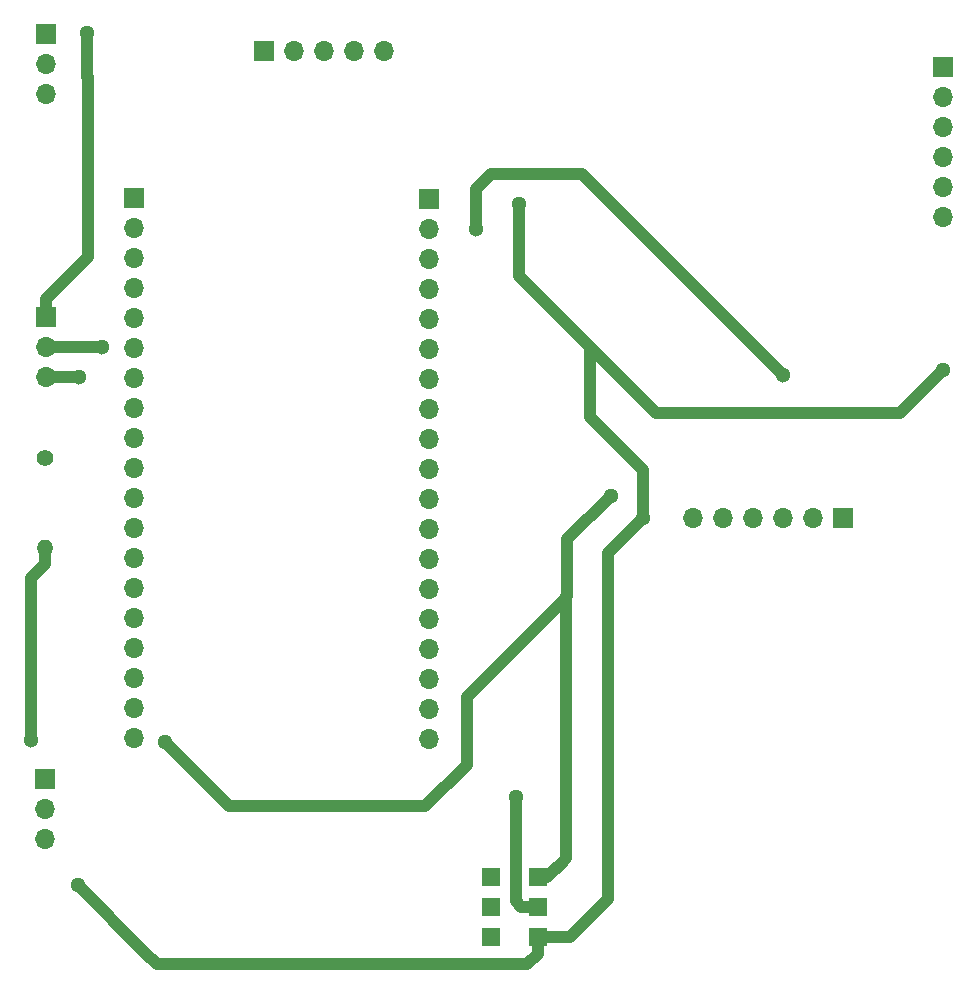
<source format=gtl>
G04 #@! TF.GenerationSoftware,KiCad,Pcbnew,(5.1.12)-1*
G04 #@! TF.CreationDate,2021-12-21T16:45:29+01:00*
G04 #@! TF.ProjectId,pcbV3,70636256-332e-46b6-9963-61645f706362,rev?*
G04 #@! TF.SameCoordinates,Original*
G04 #@! TF.FileFunction,Copper,L1,Top*
G04 #@! TF.FilePolarity,Positive*
%FSLAX46Y46*%
G04 Gerber Fmt 4.6, Leading zero omitted, Abs format (unit mm)*
G04 Created by KiCad (PCBNEW (5.1.12)-1) date 2021-12-21 16:45:29*
%MOMM*%
%LPD*%
G01*
G04 APERTURE LIST*
G04 #@! TA.AperFunction,SMDPad,CuDef*
%ADD10R,1.500000X1.500000*%
G04 #@! TD*
G04 #@! TA.AperFunction,ComponentPad*
%ADD11O,1.700000X1.700000*%
G04 #@! TD*
G04 #@! TA.AperFunction,ComponentPad*
%ADD12R,1.700000X1.700000*%
G04 #@! TD*
G04 #@! TA.AperFunction,ComponentPad*
%ADD13C,1.400000*%
G04 #@! TD*
G04 #@! TA.AperFunction,ComponentPad*
%ADD14O,1.400000X1.400000*%
G04 #@! TD*
G04 #@! TA.AperFunction,ViaPad*
%ADD15C,1.300000*%
G04 #@! TD*
G04 #@! TA.AperFunction,Conductor*
%ADD16C,1.000000*%
G04 #@! TD*
G04 APERTURE END LIST*
D10*
X120200000Y-121450000D03*
X120200000Y-118920000D03*
X120200000Y-116400000D03*
X124200000Y-121450000D03*
X124200000Y-118920000D03*
X124200000Y-116400000D03*
D11*
X82500000Y-74080000D03*
X82500000Y-71540000D03*
D12*
X82500000Y-69000000D03*
X82500000Y-45000000D03*
D11*
X82500000Y-47540000D03*
X82500000Y-50080000D03*
X90000000Y-104620000D03*
X90000000Y-102080000D03*
X90000000Y-99540000D03*
X90000000Y-97000000D03*
X90000000Y-94460000D03*
X90000000Y-91920000D03*
X90000000Y-89380000D03*
X90000000Y-86840000D03*
X90000000Y-84300000D03*
X90000000Y-81760000D03*
X90000000Y-79220000D03*
X90000000Y-76680000D03*
X90000000Y-74140000D03*
X90000000Y-71600000D03*
X90000000Y-69060000D03*
X90000000Y-66520000D03*
X90000000Y-63980000D03*
X90000000Y-61440000D03*
D12*
X90000000Y-58900000D03*
X101000000Y-46500000D03*
D11*
X103540000Y-46500000D03*
X106080000Y-46500000D03*
X108620000Y-46500000D03*
X111160000Y-46500000D03*
D12*
X115000000Y-59000000D03*
D11*
X115000000Y-61540000D03*
X115000000Y-64080000D03*
X115000000Y-66620000D03*
X115000000Y-69160000D03*
X115000000Y-71700000D03*
X115000000Y-74240000D03*
X115000000Y-76780000D03*
X115000000Y-79320000D03*
X115000000Y-81860000D03*
X115000000Y-84400000D03*
X115000000Y-86940000D03*
X115000000Y-89480000D03*
X115000000Y-92020000D03*
X115000000Y-94560000D03*
X115000000Y-97100000D03*
X115000000Y-99640000D03*
X115000000Y-102180000D03*
X115000000Y-104720000D03*
D12*
X150000000Y-86000000D03*
D11*
X147460000Y-86000000D03*
X144920000Y-86000000D03*
X142380000Y-86000000D03*
X139840000Y-86000000D03*
X137300000Y-86000000D03*
X158500000Y-60500000D03*
X158500000Y-57960000D03*
X158500000Y-55420000D03*
X158500000Y-52880000D03*
X158500000Y-50340000D03*
D12*
X158500000Y-47800000D03*
X82450000Y-108075000D03*
D11*
X82450000Y-110615000D03*
X82450000Y-113155000D03*
D13*
X82450000Y-80925000D03*
D14*
X82450000Y-88545000D03*
D15*
X122300000Y-109600000D03*
X85327500Y-74080000D03*
X92647300Y-104971000D03*
X130350000Y-84100000D03*
X85207200Y-117097100D03*
X133100000Y-86000000D03*
X86030000Y-44970000D03*
X158500000Y-73450000D03*
X122550000Y-59450000D03*
X87253900Y-71504200D03*
X144920000Y-73890000D03*
X118950000Y-61550000D03*
X81264200Y-104757800D03*
D16*
X122300000Y-109600000D02*
X122300000Y-118450000D01*
X122770000Y-118920000D02*
X124200000Y-118920000D01*
X122300000Y-118450000D02*
X122770000Y-118920000D01*
X94940200Y-107264000D02*
X92647300Y-104971000D01*
X94940200Y-107264000D02*
X94940200Y-107265200D01*
X94940200Y-107265200D02*
X98075000Y-110400000D01*
X114625000Y-110400000D02*
X118150000Y-106875000D01*
X98075000Y-110400000D02*
X114625000Y-110400000D01*
X118150000Y-106875000D02*
X118150000Y-101131000D01*
X126590472Y-92690472D02*
X126590472Y-114809528D01*
X125000000Y-116400000D02*
X126225000Y-115175000D01*
X124200000Y-116400000D02*
X125000000Y-116400000D01*
X126225000Y-115175000D02*
X125650000Y-115750000D01*
X126590472Y-114809528D02*
X126225000Y-115175000D01*
X86088100Y-48692900D02*
X86088100Y-63911600D01*
X86088100Y-63911600D02*
X82500000Y-67499700D01*
X82500000Y-67499700D02*
X82500000Y-69000000D01*
X124200000Y-122900000D02*
X124200000Y-121450000D01*
X91900000Y-123800000D02*
X123300000Y-123800000D01*
X123300000Y-123800000D02*
X124200000Y-122900000D01*
X90960101Y-122860101D02*
X91900000Y-123800000D01*
X90960101Y-122850001D02*
X90960101Y-122860101D01*
X85207200Y-117097100D02*
X90960101Y-122850001D01*
X122550000Y-59450000D02*
X122550000Y-65487300D01*
X131481350Y-74418650D02*
X131293850Y-74231150D01*
X130350000Y-84100000D02*
X126650000Y-87800000D01*
X126650000Y-92630946D02*
X126365473Y-92915473D01*
X126365473Y-92915473D02*
X126590472Y-92690472D01*
X126650000Y-87800000D02*
X126650000Y-92630946D01*
X118150000Y-101131000D02*
X126365473Y-92915473D01*
X133100000Y-86000000D02*
X130750000Y-88350000D01*
X130100000Y-89050000D02*
X130100000Y-118220002D01*
X126870002Y-121450000D02*
X124200000Y-121450000D01*
X130100000Y-118220002D02*
X126870002Y-121450000D01*
X130100000Y-89000000D02*
X130750000Y-88350000D01*
X130100000Y-89050000D02*
X130100000Y-89000000D01*
X128606350Y-71543650D02*
X128606350Y-77456350D01*
X122550000Y-65487300D02*
X128606350Y-71543650D01*
X128606350Y-71543650D02*
X131481350Y-74418650D01*
X133100000Y-81950000D02*
X133100000Y-86000000D01*
X128606350Y-77456350D02*
X133100000Y-81950000D01*
X86030000Y-48634800D02*
X86088100Y-48692900D01*
X86030000Y-44970000D02*
X86030000Y-48634800D01*
X82500000Y-74080000D02*
X85327500Y-74080000D01*
X154815700Y-77134300D02*
X158500000Y-73450000D01*
X134197000Y-77134300D02*
X154815700Y-77134300D01*
X131481350Y-74418650D02*
X134197000Y-77134300D01*
X82500000Y-71540000D02*
X84000300Y-71540000D01*
X84000300Y-71540000D02*
X84036100Y-71504200D01*
X84036100Y-71504200D02*
X87253900Y-71504200D01*
X118950000Y-61550000D02*
X118950000Y-58150000D01*
X118950000Y-58150000D02*
X120250000Y-56850000D01*
X120250000Y-56850000D02*
X126750000Y-56850000D01*
X144920000Y-73890000D02*
X127890000Y-56860000D01*
X126760000Y-56860000D02*
X126750000Y-56850000D01*
X127890000Y-56860000D02*
X126760000Y-56860000D01*
X82450000Y-88545000D02*
X82450000Y-89895300D01*
X82450000Y-89895300D02*
X81264200Y-91081100D01*
X81264200Y-91081100D02*
X81264200Y-104757800D01*
M02*

</source>
